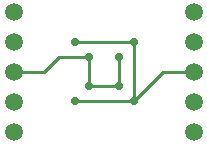
<source format=gbr>
%TF.GenerationSoftware,KiCad,Pcbnew,7.0.5-0*%
%TF.CreationDate,2023-06-21T09:57:59-04:00*%
%TF.ProjectId,chip_carrier,63686970-5f63-4617-9272-6965722e6b69,rev?*%
%TF.SameCoordinates,Original*%
%TF.FileFunction,Copper,L1,Top*%
%TF.FilePolarity,Positive*%
%FSLAX46Y46*%
G04 Gerber Fmt 4.6, Leading zero omitted, Abs format (unit mm)*
G04 Created by KiCad (PCBNEW 7.0.5-0) date 2023-06-21 09:57:59*
%MOMM*%
%LPD*%
G01*
G04 APERTURE LIST*
%TA.AperFunction,SMDPad,CuDef*%
%ADD10C,0.700000*%
%TD*%
%TA.AperFunction,ComponentPad*%
%ADD11C,1.500000*%
%TD*%
%TA.AperFunction,Conductor*%
%ADD12C,0.250000*%
%TD*%
%TA.AperFunction,Conductor*%
%ADD13C,0.000000*%
%TD*%
G04 APERTURE END LIST*
D10*
%TO.P,D1,A1,K*%
%TO.N,Net-(J2-Pin_3)*%
X83880000Y-63520000D03*
%TO.P,D1,A4,K*%
X83880000Y-68520000D03*
%TO.P,D1,B2,A*%
%TO.N,Net-(J1-Pin_3)*%
X85130000Y-64770000D03*
%TO.P,D1,B3,A*%
X85130000Y-67270000D03*
%TO.P,D1,C2,A*%
X87630000Y-64770000D03*
%TO.P,D1,C3,A*%
X87630000Y-67270000D03*
%TO.P,D1,D1,K*%
%TO.N,Net-(J2-Pin_3)*%
X88880000Y-63520000D03*
%TO.P,D1,D4,K*%
X88880000Y-68520000D03*
%TD*%
D11*
%TO.P,J2,1,Pin_1*%
%TO.N,unconnected-(J2-Pin_1-Pad1)*%
X93980000Y-71120000D03*
%TO.P,J2,2,Pin_2*%
%TO.N,unconnected-(J2-Pin_2-Pad2)*%
X93980000Y-68580000D03*
%TO.P,J2,3,Pin_3*%
%TO.N,Net-(J2-Pin_3)*%
X93980000Y-66040000D03*
%TO.P,J2,4,Pin_4*%
%TO.N,unconnected-(J2-Pin_4-Pad4)*%
X93980000Y-63500000D03*
%TO.P,J2,5,Pin_5*%
%TO.N,unconnected-(J2-Pin_5-Pad5)*%
X93980000Y-60960000D03*
%TD*%
%TO.P,J1,1,Pin_1*%
%TO.N,unconnected-(J1-Pin_1-Pad1)*%
X78740000Y-60960000D03*
%TO.P,J1,2,Pin_2*%
%TO.N,unconnected-(J1-Pin_2-Pad2)*%
X78740000Y-63500000D03*
%TO.P,J1,3,Pin_3*%
%TO.N,Net-(J1-Pin_3)*%
X78740000Y-66040000D03*
%TO.P,J1,4,Pin_4*%
%TO.N,unconnected-(J1-Pin_4-Pad4)*%
X78740000Y-68580000D03*
%TO.P,J1,5,Pin_5*%
%TO.N,unconnected-(J1-Pin_5-Pad5)*%
X78740000Y-71120000D03*
%TD*%
D12*
%TO.N,Net-(J1-Pin_3)*%
X85130000Y-64770000D02*
X82550000Y-64770000D01*
X85130000Y-64770000D02*
X85130000Y-67270000D01*
X81280000Y-66040000D02*
X78740000Y-66040000D01*
%TO.N,Net-(J2-Pin_3)*%
X88880000Y-68520000D02*
X91360000Y-66040000D01*
X91360000Y-66040000D02*
X93980000Y-66040000D01*
%TO.N,Net-(J1-Pin_3)*%
X82550000Y-64770000D02*
X81280000Y-66040000D01*
X87630000Y-67270000D02*
X87630000Y-64770000D01*
X85130000Y-67270000D02*
X87630000Y-67270000D01*
%TO.N,Net-(J2-Pin_3)*%
X83880000Y-68520000D02*
X88880000Y-68520000D01*
X88880000Y-63520000D02*
X88880000Y-68520000D01*
X83880000Y-63520000D02*
X88880000Y-63520000D01*
D13*
%TO.N,Net-(J1-Pin_3)*%
X85110000Y-64790000D02*
X85090000Y-64770000D01*
%TD*%
M02*

</source>
